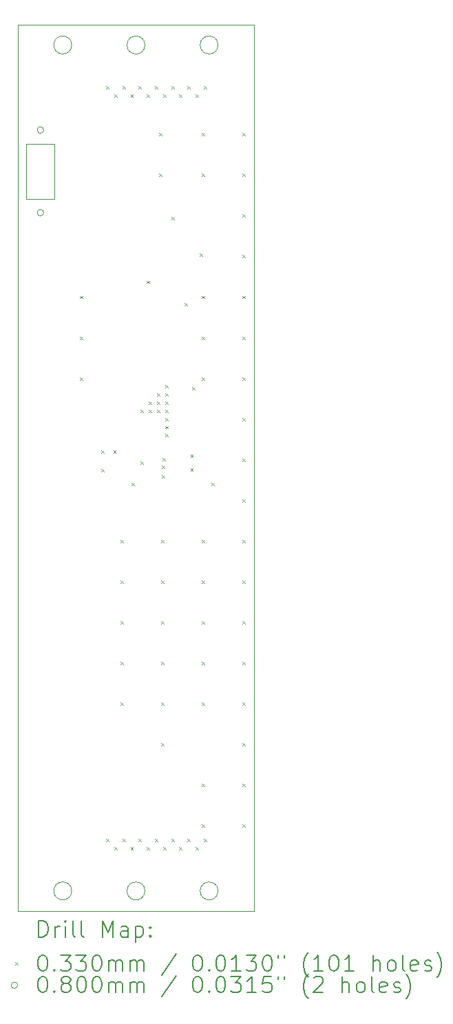
<source format=gbr>
%TF.GenerationSoftware,KiCad,Pcbnew,7.0.5*%
%TF.CreationDate,2023-06-05T00:46:44-04:00*%
%TF.ProjectId,SIDE,53494445-2e6b-4696-9361-645f70636258,rev?*%
%TF.SameCoordinates,Original*%
%TF.FileFunction,Drillmap*%
%TF.FilePolarity,Positive*%
%FSLAX45Y45*%
G04 Gerber Fmt 4.5, Leading zero omitted, Abs format (unit mm)*
G04 Created by KiCad (PCBNEW 7.0.5) date 2023-06-05 00:46:44*
%MOMM*%
%LPD*%
G01*
G04 APERTURE LIST*
%ADD10C,0.100000*%
%ADD11C,0.200000*%
%ADD12C,0.033020*%
%ADD13C,0.080000*%
G04 APERTURE END LIST*
D10*
X16622000Y-15021802D02*
X13722000Y-15021802D01*
X16622000Y-4121802D02*
X13722000Y-4121802D01*
X15282000Y-14771802D02*
G75*
G03*
X15282000Y-14771802I-110000J0D01*
G01*
X16622000Y-4121802D02*
X16622000Y-15021802D01*
X16182000Y-14771802D02*
G75*
G03*
X16182000Y-14771802I-110000J0D01*
G01*
X14382000Y-14771802D02*
G75*
G03*
X14382000Y-14771802I-110000J0D01*
G01*
X14382000Y-4371802D02*
G75*
G03*
X14382000Y-4371802I-110000J0D01*
G01*
X16182000Y-4371802D02*
G75*
G03*
X16182000Y-4371802I-110000J0D01*
G01*
X13722000Y-4121802D02*
X13722000Y-15021802D01*
X13822000Y-5591802D02*
X14172000Y-5591802D01*
X14172000Y-6261802D01*
X13822000Y-6261802D01*
X13822000Y-5591802D01*
X15282000Y-4371802D02*
G75*
G03*
X15282000Y-4371802I-110000J0D01*
G01*
D11*
D12*
X14480490Y-7455292D02*
X14513510Y-7488312D01*
X14513510Y-7455292D02*
X14480490Y-7488312D01*
X14480490Y-7955292D02*
X14513510Y-7988312D01*
X14513510Y-7955292D02*
X14480490Y-7988312D01*
X14480490Y-8455292D02*
X14513510Y-8488312D01*
X14513510Y-8455292D02*
X14480490Y-8488312D01*
X14742240Y-9359292D02*
X14775260Y-9392312D01*
X14775260Y-9359292D02*
X14742240Y-9392312D01*
X14742240Y-9588292D02*
X14775260Y-9621312D01*
X14775260Y-9588292D02*
X14742240Y-9621312D01*
X14805490Y-4880292D02*
X14838510Y-4913312D01*
X14838510Y-4880292D02*
X14805490Y-4913312D01*
X14805490Y-14130292D02*
X14838510Y-14163312D01*
X14838510Y-14130292D02*
X14805490Y-14163312D01*
X14893490Y-9357542D02*
X14926510Y-9390562D01*
X14926510Y-9357542D02*
X14893490Y-9390562D01*
X14905490Y-4980292D02*
X14938510Y-5013312D01*
X14938510Y-4980292D02*
X14905490Y-5013312D01*
X14905490Y-14230292D02*
X14938510Y-14263312D01*
X14938510Y-14230292D02*
X14905490Y-14263312D01*
X14980490Y-10455292D02*
X15013510Y-10488312D01*
X15013510Y-10455292D02*
X14980490Y-10488312D01*
X14980490Y-10955292D02*
X15013510Y-10988312D01*
X15013510Y-10955292D02*
X14980490Y-10988312D01*
X14980490Y-11455292D02*
X15013510Y-11488312D01*
X15013510Y-11455292D02*
X14980490Y-11488312D01*
X14980490Y-11955292D02*
X15013510Y-11988312D01*
X15013510Y-11955292D02*
X14980490Y-11988312D01*
X14980490Y-12455292D02*
X15013510Y-12488312D01*
X15013510Y-12455292D02*
X14980490Y-12488312D01*
X15005490Y-4880292D02*
X15038510Y-4913312D01*
X15038510Y-4880292D02*
X15005490Y-4913312D01*
X15005490Y-14130292D02*
X15038510Y-14163312D01*
X15038510Y-14130292D02*
X15005490Y-14163312D01*
X15105490Y-4980292D02*
X15138510Y-5013312D01*
X15138510Y-4980292D02*
X15105490Y-5013312D01*
X15105490Y-14230292D02*
X15138510Y-14263312D01*
X15138510Y-14230292D02*
X15105490Y-14263312D01*
X15114240Y-9752292D02*
X15147260Y-9785312D01*
X15147260Y-9752292D02*
X15114240Y-9785312D01*
X15205490Y-4880292D02*
X15238510Y-4913312D01*
X15238510Y-4880292D02*
X15205490Y-4913312D01*
X15205490Y-14130292D02*
X15238510Y-14163312D01*
X15238510Y-14130292D02*
X15205490Y-14163312D01*
X15229490Y-9493292D02*
X15262510Y-9526312D01*
X15262510Y-9493292D02*
X15229490Y-9526312D01*
X15230490Y-8855292D02*
X15263510Y-8888312D01*
X15263510Y-8855292D02*
X15230490Y-8888312D01*
X15305490Y-4980292D02*
X15338510Y-5013312D01*
X15338510Y-4980292D02*
X15305490Y-5013312D01*
X15305490Y-7269292D02*
X15338510Y-7302312D01*
X15338510Y-7269292D02*
X15305490Y-7302312D01*
X15305490Y-14230292D02*
X15338510Y-14263312D01*
X15338510Y-14230292D02*
X15305490Y-14263312D01*
X15330490Y-8755292D02*
X15363510Y-8788312D01*
X15363510Y-8755292D02*
X15330490Y-8788312D01*
X15330490Y-8855292D02*
X15363510Y-8888312D01*
X15363510Y-8855292D02*
X15330490Y-8888312D01*
X15405490Y-4880292D02*
X15438510Y-4913312D01*
X15438510Y-4880292D02*
X15405490Y-4913312D01*
X15405490Y-14130292D02*
X15438510Y-14163312D01*
X15438510Y-14130292D02*
X15405490Y-14163312D01*
X15430490Y-8655292D02*
X15463510Y-8688312D01*
X15463510Y-8655292D02*
X15430490Y-8688312D01*
X15430490Y-8755292D02*
X15463510Y-8788312D01*
X15463510Y-8755292D02*
X15430490Y-8788312D01*
X15430490Y-8855292D02*
X15463510Y-8888312D01*
X15463510Y-8855292D02*
X15430490Y-8888312D01*
X15455490Y-5455292D02*
X15488510Y-5488312D01*
X15488510Y-5455292D02*
X15455490Y-5488312D01*
X15455490Y-5955292D02*
X15488510Y-5988312D01*
X15488510Y-5955292D02*
X15455490Y-5988312D01*
X15480490Y-10455292D02*
X15513510Y-10488312D01*
X15513510Y-10455292D02*
X15480490Y-10488312D01*
X15480490Y-10955292D02*
X15513510Y-10988312D01*
X15513510Y-10955292D02*
X15480490Y-10988312D01*
X15480490Y-11455292D02*
X15513510Y-11488312D01*
X15513510Y-11455292D02*
X15480490Y-11488312D01*
X15480490Y-11955292D02*
X15513510Y-11988312D01*
X15513510Y-11955292D02*
X15480490Y-11988312D01*
X15480490Y-12455292D02*
X15513510Y-12488312D01*
X15513510Y-12455292D02*
X15480490Y-12488312D01*
X15480490Y-12955292D02*
X15513510Y-12988312D01*
X15513510Y-12955292D02*
X15480490Y-12988312D01*
X15488490Y-9541292D02*
X15521510Y-9574312D01*
X15521510Y-9541292D02*
X15488490Y-9574312D01*
X15493490Y-9659292D02*
X15526510Y-9692312D01*
X15526510Y-9659292D02*
X15493490Y-9692312D01*
X15495490Y-9448292D02*
X15528510Y-9481312D01*
X15528510Y-9448292D02*
X15495490Y-9481312D01*
X15505490Y-4980292D02*
X15538510Y-5013312D01*
X15538510Y-4980292D02*
X15505490Y-5013312D01*
X15505490Y-14230292D02*
X15538510Y-14263312D01*
X15538510Y-14230292D02*
X15505490Y-14263312D01*
X15530490Y-8555292D02*
X15563510Y-8588312D01*
X15563510Y-8555292D02*
X15530490Y-8588312D01*
X15530490Y-8655292D02*
X15563510Y-8688312D01*
X15563510Y-8655292D02*
X15530490Y-8688312D01*
X15530490Y-8755292D02*
X15563510Y-8788312D01*
X15563510Y-8755292D02*
X15530490Y-8788312D01*
X15530490Y-8855292D02*
X15563510Y-8888312D01*
X15563510Y-8855292D02*
X15530490Y-8888312D01*
X15530490Y-8955292D02*
X15563510Y-8988312D01*
X15563510Y-8955292D02*
X15530490Y-8988312D01*
X15530490Y-9055292D02*
X15563510Y-9088312D01*
X15563510Y-9055292D02*
X15530490Y-9088312D01*
X15530490Y-9155292D02*
X15563510Y-9188312D01*
X15563510Y-9155292D02*
X15530490Y-9188312D01*
X15605490Y-4880292D02*
X15638510Y-4913312D01*
X15638510Y-4880292D02*
X15605490Y-4913312D01*
X15605490Y-6483490D02*
X15638510Y-6516510D01*
X15638510Y-6483490D02*
X15605490Y-6516510D01*
X15605490Y-14130292D02*
X15638510Y-14163312D01*
X15638510Y-14130292D02*
X15605490Y-14163312D01*
X15705490Y-4980292D02*
X15738510Y-5013312D01*
X15738510Y-4980292D02*
X15705490Y-5013312D01*
X15705490Y-14230292D02*
X15738510Y-14263312D01*
X15738510Y-14230292D02*
X15705490Y-14263312D01*
X15767490Y-7546292D02*
X15800510Y-7579312D01*
X15800510Y-7546292D02*
X15767490Y-7579312D01*
X15805490Y-4880292D02*
X15838510Y-4913312D01*
X15838510Y-4880292D02*
X15805490Y-4913312D01*
X15805490Y-14130292D02*
X15838510Y-14163312D01*
X15838510Y-14130292D02*
X15805490Y-14163312D01*
X15841490Y-9403292D02*
X15874510Y-9436312D01*
X15874510Y-9403292D02*
X15841490Y-9436312D01*
X15841490Y-9575542D02*
X15874510Y-9608562D01*
X15874510Y-9575542D02*
X15841490Y-9608562D01*
X15859490Y-8578292D02*
X15892510Y-8611312D01*
X15892510Y-8578292D02*
X15859490Y-8611312D01*
X15905490Y-4980292D02*
X15938510Y-5013312D01*
X15938510Y-4980292D02*
X15905490Y-5013312D01*
X15905490Y-14230292D02*
X15938510Y-14263312D01*
X15938510Y-14230292D02*
X15905490Y-14263312D01*
X15955490Y-6933490D02*
X15988510Y-6966510D01*
X15988510Y-6933490D02*
X15955490Y-6966510D01*
X15980490Y-5455292D02*
X16013510Y-5488312D01*
X16013510Y-5455292D02*
X15980490Y-5488312D01*
X15980490Y-5955292D02*
X16013510Y-5988312D01*
X16013510Y-5955292D02*
X15980490Y-5988312D01*
X15980490Y-7455292D02*
X16013510Y-7488312D01*
X16013510Y-7455292D02*
X15980490Y-7488312D01*
X15980490Y-7955292D02*
X16013510Y-7988312D01*
X16013510Y-7955292D02*
X15980490Y-7988312D01*
X15980490Y-8455292D02*
X16013510Y-8488312D01*
X16013510Y-8455292D02*
X15980490Y-8488312D01*
X15980490Y-10455292D02*
X16013510Y-10488312D01*
X16013510Y-10455292D02*
X15980490Y-10488312D01*
X15980490Y-10955292D02*
X16013510Y-10988312D01*
X16013510Y-10955292D02*
X15980490Y-10988312D01*
X15980490Y-11455292D02*
X16013510Y-11488312D01*
X16013510Y-11455292D02*
X15980490Y-11488312D01*
X15980490Y-11955292D02*
X16013510Y-11988312D01*
X16013510Y-11955292D02*
X15980490Y-11988312D01*
X15980490Y-12455292D02*
X16013510Y-12488312D01*
X16013510Y-12455292D02*
X15980490Y-12488312D01*
X15980490Y-13455292D02*
X16013510Y-13488312D01*
X16013510Y-13455292D02*
X15980490Y-13488312D01*
X15980490Y-13955292D02*
X16013510Y-13988312D01*
X16013510Y-13955292D02*
X15980490Y-13988312D01*
X16005490Y-4880292D02*
X16038510Y-4913312D01*
X16038510Y-4880292D02*
X16005490Y-4913312D01*
X16005490Y-14130292D02*
X16038510Y-14163312D01*
X16038510Y-14130292D02*
X16005490Y-14163312D01*
X16098490Y-9752292D02*
X16131510Y-9785312D01*
X16131510Y-9752292D02*
X16098490Y-9785312D01*
X16480490Y-5455292D02*
X16513510Y-5488312D01*
X16513510Y-5455292D02*
X16480490Y-5488312D01*
X16480490Y-5955292D02*
X16513510Y-5988312D01*
X16513510Y-5955292D02*
X16480490Y-5988312D01*
X16480490Y-6455292D02*
X16513510Y-6488312D01*
X16513510Y-6455292D02*
X16480490Y-6488312D01*
X16480490Y-6955292D02*
X16513510Y-6988312D01*
X16513510Y-6955292D02*
X16480490Y-6988312D01*
X16480490Y-7455292D02*
X16513510Y-7488312D01*
X16513510Y-7455292D02*
X16480490Y-7488312D01*
X16480490Y-7955292D02*
X16513510Y-7988312D01*
X16513510Y-7955292D02*
X16480490Y-7988312D01*
X16480490Y-8455292D02*
X16513510Y-8488312D01*
X16513510Y-8455292D02*
X16480490Y-8488312D01*
X16480490Y-8955292D02*
X16513510Y-8988312D01*
X16513510Y-8955292D02*
X16480490Y-8988312D01*
X16480490Y-9455292D02*
X16513510Y-9488312D01*
X16513510Y-9455292D02*
X16480490Y-9488312D01*
X16480490Y-9955292D02*
X16513510Y-9988312D01*
X16513510Y-9955292D02*
X16480490Y-9988312D01*
X16480490Y-10455292D02*
X16513510Y-10488312D01*
X16513510Y-10455292D02*
X16480490Y-10488312D01*
X16480490Y-10955292D02*
X16513510Y-10988312D01*
X16513510Y-10955292D02*
X16480490Y-10988312D01*
X16480490Y-11455292D02*
X16513510Y-11488312D01*
X16513510Y-11455292D02*
X16480490Y-11488312D01*
X16480490Y-11955292D02*
X16513510Y-11988312D01*
X16513510Y-11955292D02*
X16480490Y-11988312D01*
X16480490Y-12455292D02*
X16513510Y-12488312D01*
X16513510Y-12455292D02*
X16480490Y-12488312D01*
X16480490Y-12955292D02*
X16513510Y-12988312D01*
X16513510Y-12955292D02*
X16480490Y-12988312D01*
X16480490Y-13455292D02*
X16513510Y-13488312D01*
X16513510Y-13455292D02*
X16480490Y-13488312D01*
X16480490Y-13955292D02*
X16513510Y-13988312D01*
X16513510Y-13955292D02*
X16480490Y-13988312D01*
D13*
X14037000Y-5417000D02*
G75*
G03*
X14037000Y-5417000I-40000J0D01*
G01*
X14037000Y-6433000D02*
G75*
G03*
X14037000Y-6433000I-40000J0D01*
G01*
D11*
X13977777Y-15338286D02*
X13977777Y-15138286D01*
X13977777Y-15138286D02*
X14025396Y-15138286D01*
X14025396Y-15138286D02*
X14053967Y-15147810D01*
X14053967Y-15147810D02*
X14073015Y-15166857D01*
X14073015Y-15166857D02*
X14082539Y-15185905D01*
X14082539Y-15185905D02*
X14092062Y-15224000D01*
X14092062Y-15224000D02*
X14092062Y-15252572D01*
X14092062Y-15252572D02*
X14082539Y-15290667D01*
X14082539Y-15290667D02*
X14073015Y-15309714D01*
X14073015Y-15309714D02*
X14053967Y-15328762D01*
X14053967Y-15328762D02*
X14025396Y-15338286D01*
X14025396Y-15338286D02*
X13977777Y-15338286D01*
X14177777Y-15338286D02*
X14177777Y-15204953D01*
X14177777Y-15243048D02*
X14187301Y-15224000D01*
X14187301Y-15224000D02*
X14196824Y-15214476D01*
X14196824Y-15214476D02*
X14215872Y-15204953D01*
X14215872Y-15204953D02*
X14234920Y-15204953D01*
X14301586Y-15338286D02*
X14301586Y-15204953D01*
X14301586Y-15138286D02*
X14292062Y-15147810D01*
X14292062Y-15147810D02*
X14301586Y-15157334D01*
X14301586Y-15157334D02*
X14311110Y-15147810D01*
X14311110Y-15147810D02*
X14301586Y-15138286D01*
X14301586Y-15138286D02*
X14301586Y-15157334D01*
X14425396Y-15338286D02*
X14406348Y-15328762D01*
X14406348Y-15328762D02*
X14396824Y-15309714D01*
X14396824Y-15309714D02*
X14396824Y-15138286D01*
X14530158Y-15338286D02*
X14511110Y-15328762D01*
X14511110Y-15328762D02*
X14501586Y-15309714D01*
X14501586Y-15309714D02*
X14501586Y-15138286D01*
X14758729Y-15338286D02*
X14758729Y-15138286D01*
X14758729Y-15138286D02*
X14825396Y-15281143D01*
X14825396Y-15281143D02*
X14892062Y-15138286D01*
X14892062Y-15138286D02*
X14892062Y-15338286D01*
X15073015Y-15338286D02*
X15073015Y-15233524D01*
X15073015Y-15233524D02*
X15063491Y-15214476D01*
X15063491Y-15214476D02*
X15044443Y-15204953D01*
X15044443Y-15204953D02*
X15006348Y-15204953D01*
X15006348Y-15204953D02*
X14987301Y-15214476D01*
X15073015Y-15328762D02*
X15053967Y-15338286D01*
X15053967Y-15338286D02*
X15006348Y-15338286D01*
X15006348Y-15338286D02*
X14987301Y-15328762D01*
X14987301Y-15328762D02*
X14977777Y-15309714D01*
X14977777Y-15309714D02*
X14977777Y-15290667D01*
X14977777Y-15290667D02*
X14987301Y-15271619D01*
X14987301Y-15271619D02*
X15006348Y-15262095D01*
X15006348Y-15262095D02*
X15053967Y-15262095D01*
X15053967Y-15262095D02*
X15073015Y-15252572D01*
X15168253Y-15204953D02*
X15168253Y-15404953D01*
X15168253Y-15214476D02*
X15187301Y-15204953D01*
X15187301Y-15204953D02*
X15225396Y-15204953D01*
X15225396Y-15204953D02*
X15244443Y-15214476D01*
X15244443Y-15214476D02*
X15253967Y-15224000D01*
X15253967Y-15224000D02*
X15263491Y-15243048D01*
X15263491Y-15243048D02*
X15263491Y-15300191D01*
X15263491Y-15300191D02*
X15253967Y-15319238D01*
X15253967Y-15319238D02*
X15244443Y-15328762D01*
X15244443Y-15328762D02*
X15225396Y-15338286D01*
X15225396Y-15338286D02*
X15187301Y-15338286D01*
X15187301Y-15338286D02*
X15168253Y-15328762D01*
X15349205Y-15319238D02*
X15358729Y-15328762D01*
X15358729Y-15328762D02*
X15349205Y-15338286D01*
X15349205Y-15338286D02*
X15339682Y-15328762D01*
X15339682Y-15328762D02*
X15349205Y-15319238D01*
X15349205Y-15319238D02*
X15349205Y-15338286D01*
X15349205Y-15214476D02*
X15358729Y-15224000D01*
X15358729Y-15224000D02*
X15349205Y-15233524D01*
X15349205Y-15233524D02*
X15339682Y-15224000D01*
X15339682Y-15224000D02*
X15349205Y-15214476D01*
X15349205Y-15214476D02*
X15349205Y-15233524D01*
D12*
X13683980Y-15650292D02*
X13717000Y-15683312D01*
X13717000Y-15650292D02*
X13683980Y-15683312D01*
D11*
X14015872Y-15558286D02*
X14034920Y-15558286D01*
X14034920Y-15558286D02*
X14053967Y-15567810D01*
X14053967Y-15567810D02*
X14063491Y-15577334D01*
X14063491Y-15577334D02*
X14073015Y-15596381D01*
X14073015Y-15596381D02*
X14082539Y-15634476D01*
X14082539Y-15634476D02*
X14082539Y-15682095D01*
X14082539Y-15682095D02*
X14073015Y-15720191D01*
X14073015Y-15720191D02*
X14063491Y-15739238D01*
X14063491Y-15739238D02*
X14053967Y-15748762D01*
X14053967Y-15748762D02*
X14034920Y-15758286D01*
X14034920Y-15758286D02*
X14015872Y-15758286D01*
X14015872Y-15758286D02*
X13996824Y-15748762D01*
X13996824Y-15748762D02*
X13987301Y-15739238D01*
X13987301Y-15739238D02*
X13977777Y-15720191D01*
X13977777Y-15720191D02*
X13968253Y-15682095D01*
X13968253Y-15682095D02*
X13968253Y-15634476D01*
X13968253Y-15634476D02*
X13977777Y-15596381D01*
X13977777Y-15596381D02*
X13987301Y-15577334D01*
X13987301Y-15577334D02*
X13996824Y-15567810D01*
X13996824Y-15567810D02*
X14015872Y-15558286D01*
X14168253Y-15739238D02*
X14177777Y-15748762D01*
X14177777Y-15748762D02*
X14168253Y-15758286D01*
X14168253Y-15758286D02*
X14158729Y-15748762D01*
X14158729Y-15748762D02*
X14168253Y-15739238D01*
X14168253Y-15739238D02*
X14168253Y-15758286D01*
X14244443Y-15558286D02*
X14368253Y-15558286D01*
X14368253Y-15558286D02*
X14301586Y-15634476D01*
X14301586Y-15634476D02*
X14330158Y-15634476D01*
X14330158Y-15634476D02*
X14349205Y-15644000D01*
X14349205Y-15644000D02*
X14358729Y-15653524D01*
X14358729Y-15653524D02*
X14368253Y-15672572D01*
X14368253Y-15672572D02*
X14368253Y-15720191D01*
X14368253Y-15720191D02*
X14358729Y-15739238D01*
X14358729Y-15739238D02*
X14349205Y-15748762D01*
X14349205Y-15748762D02*
X14330158Y-15758286D01*
X14330158Y-15758286D02*
X14273015Y-15758286D01*
X14273015Y-15758286D02*
X14253967Y-15748762D01*
X14253967Y-15748762D02*
X14244443Y-15739238D01*
X14434920Y-15558286D02*
X14558729Y-15558286D01*
X14558729Y-15558286D02*
X14492062Y-15634476D01*
X14492062Y-15634476D02*
X14520634Y-15634476D01*
X14520634Y-15634476D02*
X14539682Y-15644000D01*
X14539682Y-15644000D02*
X14549205Y-15653524D01*
X14549205Y-15653524D02*
X14558729Y-15672572D01*
X14558729Y-15672572D02*
X14558729Y-15720191D01*
X14558729Y-15720191D02*
X14549205Y-15739238D01*
X14549205Y-15739238D02*
X14539682Y-15748762D01*
X14539682Y-15748762D02*
X14520634Y-15758286D01*
X14520634Y-15758286D02*
X14463491Y-15758286D01*
X14463491Y-15758286D02*
X14444443Y-15748762D01*
X14444443Y-15748762D02*
X14434920Y-15739238D01*
X14682539Y-15558286D02*
X14701586Y-15558286D01*
X14701586Y-15558286D02*
X14720634Y-15567810D01*
X14720634Y-15567810D02*
X14730158Y-15577334D01*
X14730158Y-15577334D02*
X14739682Y-15596381D01*
X14739682Y-15596381D02*
X14749205Y-15634476D01*
X14749205Y-15634476D02*
X14749205Y-15682095D01*
X14749205Y-15682095D02*
X14739682Y-15720191D01*
X14739682Y-15720191D02*
X14730158Y-15739238D01*
X14730158Y-15739238D02*
X14720634Y-15748762D01*
X14720634Y-15748762D02*
X14701586Y-15758286D01*
X14701586Y-15758286D02*
X14682539Y-15758286D01*
X14682539Y-15758286D02*
X14663491Y-15748762D01*
X14663491Y-15748762D02*
X14653967Y-15739238D01*
X14653967Y-15739238D02*
X14644443Y-15720191D01*
X14644443Y-15720191D02*
X14634920Y-15682095D01*
X14634920Y-15682095D02*
X14634920Y-15634476D01*
X14634920Y-15634476D02*
X14644443Y-15596381D01*
X14644443Y-15596381D02*
X14653967Y-15577334D01*
X14653967Y-15577334D02*
X14663491Y-15567810D01*
X14663491Y-15567810D02*
X14682539Y-15558286D01*
X14834920Y-15758286D02*
X14834920Y-15624953D01*
X14834920Y-15644000D02*
X14844443Y-15634476D01*
X14844443Y-15634476D02*
X14863491Y-15624953D01*
X14863491Y-15624953D02*
X14892063Y-15624953D01*
X14892063Y-15624953D02*
X14911110Y-15634476D01*
X14911110Y-15634476D02*
X14920634Y-15653524D01*
X14920634Y-15653524D02*
X14920634Y-15758286D01*
X14920634Y-15653524D02*
X14930158Y-15634476D01*
X14930158Y-15634476D02*
X14949205Y-15624953D01*
X14949205Y-15624953D02*
X14977777Y-15624953D01*
X14977777Y-15624953D02*
X14996824Y-15634476D01*
X14996824Y-15634476D02*
X15006348Y-15653524D01*
X15006348Y-15653524D02*
X15006348Y-15758286D01*
X15101586Y-15758286D02*
X15101586Y-15624953D01*
X15101586Y-15644000D02*
X15111110Y-15634476D01*
X15111110Y-15634476D02*
X15130158Y-15624953D01*
X15130158Y-15624953D02*
X15158729Y-15624953D01*
X15158729Y-15624953D02*
X15177777Y-15634476D01*
X15177777Y-15634476D02*
X15187301Y-15653524D01*
X15187301Y-15653524D02*
X15187301Y-15758286D01*
X15187301Y-15653524D02*
X15196824Y-15634476D01*
X15196824Y-15634476D02*
X15215872Y-15624953D01*
X15215872Y-15624953D02*
X15244443Y-15624953D01*
X15244443Y-15624953D02*
X15263491Y-15634476D01*
X15263491Y-15634476D02*
X15273015Y-15653524D01*
X15273015Y-15653524D02*
X15273015Y-15758286D01*
X15663491Y-15548762D02*
X15492063Y-15805905D01*
X15920634Y-15558286D02*
X15939682Y-15558286D01*
X15939682Y-15558286D02*
X15958729Y-15567810D01*
X15958729Y-15567810D02*
X15968253Y-15577334D01*
X15968253Y-15577334D02*
X15977777Y-15596381D01*
X15977777Y-15596381D02*
X15987301Y-15634476D01*
X15987301Y-15634476D02*
X15987301Y-15682095D01*
X15987301Y-15682095D02*
X15977777Y-15720191D01*
X15977777Y-15720191D02*
X15968253Y-15739238D01*
X15968253Y-15739238D02*
X15958729Y-15748762D01*
X15958729Y-15748762D02*
X15939682Y-15758286D01*
X15939682Y-15758286D02*
X15920634Y-15758286D01*
X15920634Y-15758286D02*
X15901586Y-15748762D01*
X15901586Y-15748762D02*
X15892063Y-15739238D01*
X15892063Y-15739238D02*
X15882539Y-15720191D01*
X15882539Y-15720191D02*
X15873015Y-15682095D01*
X15873015Y-15682095D02*
X15873015Y-15634476D01*
X15873015Y-15634476D02*
X15882539Y-15596381D01*
X15882539Y-15596381D02*
X15892063Y-15577334D01*
X15892063Y-15577334D02*
X15901586Y-15567810D01*
X15901586Y-15567810D02*
X15920634Y-15558286D01*
X16073015Y-15739238D02*
X16082539Y-15748762D01*
X16082539Y-15748762D02*
X16073015Y-15758286D01*
X16073015Y-15758286D02*
X16063491Y-15748762D01*
X16063491Y-15748762D02*
X16073015Y-15739238D01*
X16073015Y-15739238D02*
X16073015Y-15758286D01*
X16206348Y-15558286D02*
X16225396Y-15558286D01*
X16225396Y-15558286D02*
X16244444Y-15567810D01*
X16244444Y-15567810D02*
X16253967Y-15577334D01*
X16253967Y-15577334D02*
X16263491Y-15596381D01*
X16263491Y-15596381D02*
X16273015Y-15634476D01*
X16273015Y-15634476D02*
X16273015Y-15682095D01*
X16273015Y-15682095D02*
X16263491Y-15720191D01*
X16263491Y-15720191D02*
X16253967Y-15739238D01*
X16253967Y-15739238D02*
X16244444Y-15748762D01*
X16244444Y-15748762D02*
X16225396Y-15758286D01*
X16225396Y-15758286D02*
X16206348Y-15758286D01*
X16206348Y-15758286D02*
X16187301Y-15748762D01*
X16187301Y-15748762D02*
X16177777Y-15739238D01*
X16177777Y-15739238D02*
X16168253Y-15720191D01*
X16168253Y-15720191D02*
X16158729Y-15682095D01*
X16158729Y-15682095D02*
X16158729Y-15634476D01*
X16158729Y-15634476D02*
X16168253Y-15596381D01*
X16168253Y-15596381D02*
X16177777Y-15577334D01*
X16177777Y-15577334D02*
X16187301Y-15567810D01*
X16187301Y-15567810D02*
X16206348Y-15558286D01*
X16463491Y-15758286D02*
X16349206Y-15758286D01*
X16406348Y-15758286D02*
X16406348Y-15558286D01*
X16406348Y-15558286D02*
X16387301Y-15586857D01*
X16387301Y-15586857D02*
X16368253Y-15605905D01*
X16368253Y-15605905D02*
X16349206Y-15615429D01*
X16530158Y-15558286D02*
X16653967Y-15558286D01*
X16653967Y-15558286D02*
X16587301Y-15634476D01*
X16587301Y-15634476D02*
X16615872Y-15634476D01*
X16615872Y-15634476D02*
X16634920Y-15644000D01*
X16634920Y-15644000D02*
X16644444Y-15653524D01*
X16644444Y-15653524D02*
X16653967Y-15672572D01*
X16653967Y-15672572D02*
X16653967Y-15720191D01*
X16653967Y-15720191D02*
X16644444Y-15739238D01*
X16644444Y-15739238D02*
X16634920Y-15748762D01*
X16634920Y-15748762D02*
X16615872Y-15758286D01*
X16615872Y-15758286D02*
X16558729Y-15758286D01*
X16558729Y-15758286D02*
X16539682Y-15748762D01*
X16539682Y-15748762D02*
X16530158Y-15739238D01*
X16777777Y-15558286D02*
X16796825Y-15558286D01*
X16796825Y-15558286D02*
X16815872Y-15567810D01*
X16815872Y-15567810D02*
X16825396Y-15577334D01*
X16825396Y-15577334D02*
X16834920Y-15596381D01*
X16834920Y-15596381D02*
X16844444Y-15634476D01*
X16844444Y-15634476D02*
X16844444Y-15682095D01*
X16844444Y-15682095D02*
X16834920Y-15720191D01*
X16834920Y-15720191D02*
X16825396Y-15739238D01*
X16825396Y-15739238D02*
X16815872Y-15748762D01*
X16815872Y-15748762D02*
X16796825Y-15758286D01*
X16796825Y-15758286D02*
X16777777Y-15758286D01*
X16777777Y-15758286D02*
X16758729Y-15748762D01*
X16758729Y-15748762D02*
X16749206Y-15739238D01*
X16749206Y-15739238D02*
X16739682Y-15720191D01*
X16739682Y-15720191D02*
X16730158Y-15682095D01*
X16730158Y-15682095D02*
X16730158Y-15634476D01*
X16730158Y-15634476D02*
X16739682Y-15596381D01*
X16739682Y-15596381D02*
X16749206Y-15577334D01*
X16749206Y-15577334D02*
X16758729Y-15567810D01*
X16758729Y-15567810D02*
X16777777Y-15558286D01*
X16920634Y-15558286D02*
X16920634Y-15596381D01*
X16996825Y-15558286D02*
X16996825Y-15596381D01*
X17292063Y-15834476D02*
X17282539Y-15824953D01*
X17282539Y-15824953D02*
X17263491Y-15796381D01*
X17263491Y-15796381D02*
X17253968Y-15777334D01*
X17253968Y-15777334D02*
X17244444Y-15748762D01*
X17244444Y-15748762D02*
X17234920Y-15701143D01*
X17234920Y-15701143D02*
X17234920Y-15663048D01*
X17234920Y-15663048D02*
X17244444Y-15615429D01*
X17244444Y-15615429D02*
X17253968Y-15586857D01*
X17253968Y-15586857D02*
X17263491Y-15567810D01*
X17263491Y-15567810D02*
X17282539Y-15539238D01*
X17282539Y-15539238D02*
X17292063Y-15529714D01*
X17473015Y-15758286D02*
X17358730Y-15758286D01*
X17415872Y-15758286D02*
X17415872Y-15558286D01*
X17415872Y-15558286D02*
X17396825Y-15586857D01*
X17396825Y-15586857D02*
X17377777Y-15605905D01*
X17377777Y-15605905D02*
X17358730Y-15615429D01*
X17596825Y-15558286D02*
X17615872Y-15558286D01*
X17615872Y-15558286D02*
X17634920Y-15567810D01*
X17634920Y-15567810D02*
X17644444Y-15577334D01*
X17644444Y-15577334D02*
X17653968Y-15596381D01*
X17653968Y-15596381D02*
X17663491Y-15634476D01*
X17663491Y-15634476D02*
X17663491Y-15682095D01*
X17663491Y-15682095D02*
X17653968Y-15720191D01*
X17653968Y-15720191D02*
X17644444Y-15739238D01*
X17644444Y-15739238D02*
X17634920Y-15748762D01*
X17634920Y-15748762D02*
X17615872Y-15758286D01*
X17615872Y-15758286D02*
X17596825Y-15758286D01*
X17596825Y-15758286D02*
X17577777Y-15748762D01*
X17577777Y-15748762D02*
X17568253Y-15739238D01*
X17568253Y-15739238D02*
X17558730Y-15720191D01*
X17558730Y-15720191D02*
X17549206Y-15682095D01*
X17549206Y-15682095D02*
X17549206Y-15634476D01*
X17549206Y-15634476D02*
X17558730Y-15596381D01*
X17558730Y-15596381D02*
X17568253Y-15577334D01*
X17568253Y-15577334D02*
X17577777Y-15567810D01*
X17577777Y-15567810D02*
X17596825Y-15558286D01*
X17853968Y-15758286D02*
X17739682Y-15758286D01*
X17796825Y-15758286D02*
X17796825Y-15558286D01*
X17796825Y-15558286D02*
X17777777Y-15586857D01*
X17777777Y-15586857D02*
X17758730Y-15605905D01*
X17758730Y-15605905D02*
X17739682Y-15615429D01*
X18092063Y-15758286D02*
X18092063Y-15558286D01*
X18177777Y-15758286D02*
X18177777Y-15653524D01*
X18177777Y-15653524D02*
X18168253Y-15634476D01*
X18168253Y-15634476D02*
X18149206Y-15624953D01*
X18149206Y-15624953D02*
X18120634Y-15624953D01*
X18120634Y-15624953D02*
X18101587Y-15634476D01*
X18101587Y-15634476D02*
X18092063Y-15644000D01*
X18301587Y-15758286D02*
X18282539Y-15748762D01*
X18282539Y-15748762D02*
X18273015Y-15739238D01*
X18273015Y-15739238D02*
X18263492Y-15720191D01*
X18263492Y-15720191D02*
X18263492Y-15663048D01*
X18263492Y-15663048D02*
X18273015Y-15644000D01*
X18273015Y-15644000D02*
X18282539Y-15634476D01*
X18282539Y-15634476D02*
X18301587Y-15624953D01*
X18301587Y-15624953D02*
X18330158Y-15624953D01*
X18330158Y-15624953D02*
X18349206Y-15634476D01*
X18349206Y-15634476D02*
X18358730Y-15644000D01*
X18358730Y-15644000D02*
X18368253Y-15663048D01*
X18368253Y-15663048D02*
X18368253Y-15720191D01*
X18368253Y-15720191D02*
X18358730Y-15739238D01*
X18358730Y-15739238D02*
X18349206Y-15748762D01*
X18349206Y-15748762D02*
X18330158Y-15758286D01*
X18330158Y-15758286D02*
X18301587Y-15758286D01*
X18482539Y-15758286D02*
X18463492Y-15748762D01*
X18463492Y-15748762D02*
X18453968Y-15729714D01*
X18453968Y-15729714D02*
X18453968Y-15558286D01*
X18634920Y-15748762D02*
X18615873Y-15758286D01*
X18615873Y-15758286D02*
X18577777Y-15758286D01*
X18577777Y-15758286D02*
X18558730Y-15748762D01*
X18558730Y-15748762D02*
X18549206Y-15729714D01*
X18549206Y-15729714D02*
X18549206Y-15653524D01*
X18549206Y-15653524D02*
X18558730Y-15634476D01*
X18558730Y-15634476D02*
X18577777Y-15624953D01*
X18577777Y-15624953D02*
X18615873Y-15624953D01*
X18615873Y-15624953D02*
X18634920Y-15634476D01*
X18634920Y-15634476D02*
X18644444Y-15653524D01*
X18644444Y-15653524D02*
X18644444Y-15672572D01*
X18644444Y-15672572D02*
X18549206Y-15691619D01*
X18720634Y-15748762D02*
X18739682Y-15758286D01*
X18739682Y-15758286D02*
X18777777Y-15758286D01*
X18777777Y-15758286D02*
X18796825Y-15748762D01*
X18796825Y-15748762D02*
X18806349Y-15729714D01*
X18806349Y-15729714D02*
X18806349Y-15720191D01*
X18806349Y-15720191D02*
X18796825Y-15701143D01*
X18796825Y-15701143D02*
X18777777Y-15691619D01*
X18777777Y-15691619D02*
X18749206Y-15691619D01*
X18749206Y-15691619D02*
X18730158Y-15682095D01*
X18730158Y-15682095D02*
X18720634Y-15663048D01*
X18720634Y-15663048D02*
X18720634Y-15653524D01*
X18720634Y-15653524D02*
X18730158Y-15634476D01*
X18730158Y-15634476D02*
X18749206Y-15624953D01*
X18749206Y-15624953D02*
X18777777Y-15624953D01*
X18777777Y-15624953D02*
X18796825Y-15634476D01*
X18873015Y-15834476D02*
X18882539Y-15824953D01*
X18882539Y-15824953D02*
X18901587Y-15796381D01*
X18901587Y-15796381D02*
X18911111Y-15777334D01*
X18911111Y-15777334D02*
X18920634Y-15748762D01*
X18920634Y-15748762D02*
X18930158Y-15701143D01*
X18930158Y-15701143D02*
X18930158Y-15663048D01*
X18930158Y-15663048D02*
X18920634Y-15615429D01*
X18920634Y-15615429D02*
X18911111Y-15586857D01*
X18911111Y-15586857D02*
X18901587Y-15567810D01*
X18901587Y-15567810D02*
X18882539Y-15539238D01*
X18882539Y-15539238D02*
X18873015Y-15529714D01*
D13*
X13717000Y-15930802D02*
G75*
G03*
X13717000Y-15930802I-40000J0D01*
G01*
D11*
X14015872Y-15822286D02*
X14034920Y-15822286D01*
X14034920Y-15822286D02*
X14053967Y-15831810D01*
X14053967Y-15831810D02*
X14063491Y-15841334D01*
X14063491Y-15841334D02*
X14073015Y-15860381D01*
X14073015Y-15860381D02*
X14082539Y-15898476D01*
X14082539Y-15898476D02*
X14082539Y-15946095D01*
X14082539Y-15946095D02*
X14073015Y-15984191D01*
X14073015Y-15984191D02*
X14063491Y-16003238D01*
X14063491Y-16003238D02*
X14053967Y-16012762D01*
X14053967Y-16012762D02*
X14034920Y-16022286D01*
X14034920Y-16022286D02*
X14015872Y-16022286D01*
X14015872Y-16022286D02*
X13996824Y-16012762D01*
X13996824Y-16012762D02*
X13987301Y-16003238D01*
X13987301Y-16003238D02*
X13977777Y-15984191D01*
X13977777Y-15984191D02*
X13968253Y-15946095D01*
X13968253Y-15946095D02*
X13968253Y-15898476D01*
X13968253Y-15898476D02*
X13977777Y-15860381D01*
X13977777Y-15860381D02*
X13987301Y-15841334D01*
X13987301Y-15841334D02*
X13996824Y-15831810D01*
X13996824Y-15831810D02*
X14015872Y-15822286D01*
X14168253Y-16003238D02*
X14177777Y-16012762D01*
X14177777Y-16012762D02*
X14168253Y-16022286D01*
X14168253Y-16022286D02*
X14158729Y-16012762D01*
X14158729Y-16012762D02*
X14168253Y-16003238D01*
X14168253Y-16003238D02*
X14168253Y-16022286D01*
X14292062Y-15908000D02*
X14273015Y-15898476D01*
X14273015Y-15898476D02*
X14263491Y-15888953D01*
X14263491Y-15888953D02*
X14253967Y-15869905D01*
X14253967Y-15869905D02*
X14253967Y-15860381D01*
X14253967Y-15860381D02*
X14263491Y-15841334D01*
X14263491Y-15841334D02*
X14273015Y-15831810D01*
X14273015Y-15831810D02*
X14292062Y-15822286D01*
X14292062Y-15822286D02*
X14330158Y-15822286D01*
X14330158Y-15822286D02*
X14349205Y-15831810D01*
X14349205Y-15831810D02*
X14358729Y-15841334D01*
X14358729Y-15841334D02*
X14368253Y-15860381D01*
X14368253Y-15860381D02*
X14368253Y-15869905D01*
X14368253Y-15869905D02*
X14358729Y-15888953D01*
X14358729Y-15888953D02*
X14349205Y-15898476D01*
X14349205Y-15898476D02*
X14330158Y-15908000D01*
X14330158Y-15908000D02*
X14292062Y-15908000D01*
X14292062Y-15908000D02*
X14273015Y-15917524D01*
X14273015Y-15917524D02*
X14263491Y-15927048D01*
X14263491Y-15927048D02*
X14253967Y-15946095D01*
X14253967Y-15946095D02*
X14253967Y-15984191D01*
X14253967Y-15984191D02*
X14263491Y-16003238D01*
X14263491Y-16003238D02*
X14273015Y-16012762D01*
X14273015Y-16012762D02*
X14292062Y-16022286D01*
X14292062Y-16022286D02*
X14330158Y-16022286D01*
X14330158Y-16022286D02*
X14349205Y-16012762D01*
X14349205Y-16012762D02*
X14358729Y-16003238D01*
X14358729Y-16003238D02*
X14368253Y-15984191D01*
X14368253Y-15984191D02*
X14368253Y-15946095D01*
X14368253Y-15946095D02*
X14358729Y-15927048D01*
X14358729Y-15927048D02*
X14349205Y-15917524D01*
X14349205Y-15917524D02*
X14330158Y-15908000D01*
X14492062Y-15822286D02*
X14511110Y-15822286D01*
X14511110Y-15822286D02*
X14530158Y-15831810D01*
X14530158Y-15831810D02*
X14539682Y-15841334D01*
X14539682Y-15841334D02*
X14549205Y-15860381D01*
X14549205Y-15860381D02*
X14558729Y-15898476D01*
X14558729Y-15898476D02*
X14558729Y-15946095D01*
X14558729Y-15946095D02*
X14549205Y-15984191D01*
X14549205Y-15984191D02*
X14539682Y-16003238D01*
X14539682Y-16003238D02*
X14530158Y-16012762D01*
X14530158Y-16012762D02*
X14511110Y-16022286D01*
X14511110Y-16022286D02*
X14492062Y-16022286D01*
X14492062Y-16022286D02*
X14473015Y-16012762D01*
X14473015Y-16012762D02*
X14463491Y-16003238D01*
X14463491Y-16003238D02*
X14453967Y-15984191D01*
X14453967Y-15984191D02*
X14444443Y-15946095D01*
X14444443Y-15946095D02*
X14444443Y-15898476D01*
X14444443Y-15898476D02*
X14453967Y-15860381D01*
X14453967Y-15860381D02*
X14463491Y-15841334D01*
X14463491Y-15841334D02*
X14473015Y-15831810D01*
X14473015Y-15831810D02*
X14492062Y-15822286D01*
X14682539Y-15822286D02*
X14701586Y-15822286D01*
X14701586Y-15822286D02*
X14720634Y-15831810D01*
X14720634Y-15831810D02*
X14730158Y-15841334D01*
X14730158Y-15841334D02*
X14739682Y-15860381D01*
X14739682Y-15860381D02*
X14749205Y-15898476D01*
X14749205Y-15898476D02*
X14749205Y-15946095D01*
X14749205Y-15946095D02*
X14739682Y-15984191D01*
X14739682Y-15984191D02*
X14730158Y-16003238D01*
X14730158Y-16003238D02*
X14720634Y-16012762D01*
X14720634Y-16012762D02*
X14701586Y-16022286D01*
X14701586Y-16022286D02*
X14682539Y-16022286D01*
X14682539Y-16022286D02*
X14663491Y-16012762D01*
X14663491Y-16012762D02*
X14653967Y-16003238D01*
X14653967Y-16003238D02*
X14644443Y-15984191D01*
X14644443Y-15984191D02*
X14634920Y-15946095D01*
X14634920Y-15946095D02*
X14634920Y-15898476D01*
X14634920Y-15898476D02*
X14644443Y-15860381D01*
X14644443Y-15860381D02*
X14653967Y-15841334D01*
X14653967Y-15841334D02*
X14663491Y-15831810D01*
X14663491Y-15831810D02*
X14682539Y-15822286D01*
X14834920Y-16022286D02*
X14834920Y-15888953D01*
X14834920Y-15908000D02*
X14844443Y-15898476D01*
X14844443Y-15898476D02*
X14863491Y-15888953D01*
X14863491Y-15888953D02*
X14892063Y-15888953D01*
X14892063Y-15888953D02*
X14911110Y-15898476D01*
X14911110Y-15898476D02*
X14920634Y-15917524D01*
X14920634Y-15917524D02*
X14920634Y-16022286D01*
X14920634Y-15917524D02*
X14930158Y-15898476D01*
X14930158Y-15898476D02*
X14949205Y-15888953D01*
X14949205Y-15888953D02*
X14977777Y-15888953D01*
X14977777Y-15888953D02*
X14996824Y-15898476D01*
X14996824Y-15898476D02*
X15006348Y-15917524D01*
X15006348Y-15917524D02*
X15006348Y-16022286D01*
X15101586Y-16022286D02*
X15101586Y-15888953D01*
X15101586Y-15908000D02*
X15111110Y-15898476D01*
X15111110Y-15898476D02*
X15130158Y-15888953D01*
X15130158Y-15888953D02*
X15158729Y-15888953D01*
X15158729Y-15888953D02*
X15177777Y-15898476D01*
X15177777Y-15898476D02*
X15187301Y-15917524D01*
X15187301Y-15917524D02*
X15187301Y-16022286D01*
X15187301Y-15917524D02*
X15196824Y-15898476D01*
X15196824Y-15898476D02*
X15215872Y-15888953D01*
X15215872Y-15888953D02*
X15244443Y-15888953D01*
X15244443Y-15888953D02*
X15263491Y-15898476D01*
X15263491Y-15898476D02*
X15273015Y-15917524D01*
X15273015Y-15917524D02*
X15273015Y-16022286D01*
X15663491Y-15812762D02*
X15492063Y-16069905D01*
X15920634Y-15822286D02*
X15939682Y-15822286D01*
X15939682Y-15822286D02*
X15958729Y-15831810D01*
X15958729Y-15831810D02*
X15968253Y-15841334D01*
X15968253Y-15841334D02*
X15977777Y-15860381D01*
X15977777Y-15860381D02*
X15987301Y-15898476D01*
X15987301Y-15898476D02*
X15987301Y-15946095D01*
X15987301Y-15946095D02*
X15977777Y-15984191D01*
X15977777Y-15984191D02*
X15968253Y-16003238D01*
X15968253Y-16003238D02*
X15958729Y-16012762D01*
X15958729Y-16012762D02*
X15939682Y-16022286D01*
X15939682Y-16022286D02*
X15920634Y-16022286D01*
X15920634Y-16022286D02*
X15901586Y-16012762D01*
X15901586Y-16012762D02*
X15892063Y-16003238D01*
X15892063Y-16003238D02*
X15882539Y-15984191D01*
X15882539Y-15984191D02*
X15873015Y-15946095D01*
X15873015Y-15946095D02*
X15873015Y-15898476D01*
X15873015Y-15898476D02*
X15882539Y-15860381D01*
X15882539Y-15860381D02*
X15892063Y-15841334D01*
X15892063Y-15841334D02*
X15901586Y-15831810D01*
X15901586Y-15831810D02*
X15920634Y-15822286D01*
X16073015Y-16003238D02*
X16082539Y-16012762D01*
X16082539Y-16012762D02*
X16073015Y-16022286D01*
X16073015Y-16022286D02*
X16063491Y-16012762D01*
X16063491Y-16012762D02*
X16073015Y-16003238D01*
X16073015Y-16003238D02*
X16073015Y-16022286D01*
X16206348Y-15822286D02*
X16225396Y-15822286D01*
X16225396Y-15822286D02*
X16244444Y-15831810D01*
X16244444Y-15831810D02*
X16253967Y-15841334D01*
X16253967Y-15841334D02*
X16263491Y-15860381D01*
X16263491Y-15860381D02*
X16273015Y-15898476D01*
X16273015Y-15898476D02*
X16273015Y-15946095D01*
X16273015Y-15946095D02*
X16263491Y-15984191D01*
X16263491Y-15984191D02*
X16253967Y-16003238D01*
X16253967Y-16003238D02*
X16244444Y-16012762D01*
X16244444Y-16012762D02*
X16225396Y-16022286D01*
X16225396Y-16022286D02*
X16206348Y-16022286D01*
X16206348Y-16022286D02*
X16187301Y-16012762D01*
X16187301Y-16012762D02*
X16177777Y-16003238D01*
X16177777Y-16003238D02*
X16168253Y-15984191D01*
X16168253Y-15984191D02*
X16158729Y-15946095D01*
X16158729Y-15946095D02*
X16158729Y-15898476D01*
X16158729Y-15898476D02*
X16168253Y-15860381D01*
X16168253Y-15860381D02*
X16177777Y-15841334D01*
X16177777Y-15841334D02*
X16187301Y-15831810D01*
X16187301Y-15831810D02*
X16206348Y-15822286D01*
X16339682Y-15822286D02*
X16463491Y-15822286D01*
X16463491Y-15822286D02*
X16396825Y-15898476D01*
X16396825Y-15898476D02*
X16425396Y-15898476D01*
X16425396Y-15898476D02*
X16444444Y-15908000D01*
X16444444Y-15908000D02*
X16453967Y-15917524D01*
X16453967Y-15917524D02*
X16463491Y-15936572D01*
X16463491Y-15936572D02*
X16463491Y-15984191D01*
X16463491Y-15984191D02*
X16453967Y-16003238D01*
X16453967Y-16003238D02*
X16444444Y-16012762D01*
X16444444Y-16012762D02*
X16425396Y-16022286D01*
X16425396Y-16022286D02*
X16368253Y-16022286D01*
X16368253Y-16022286D02*
X16349206Y-16012762D01*
X16349206Y-16012762D02*
X16339682Y-16003238D01*
X16653967Y-16022286D02*
X16539682Y-16022286D01*
X16596825Y-16022286D02*
X16596825Y-15822286D01*
X16596825Y-15822286D02*
X16577777Y-15850857D01*
X16577777Y-15850857D02*
X16558729Y-15869905D01*
X16558729Y-15869905D02*
X16539682Y-15879429D01*
X16834920Y-15822286D02*
X16739682Y-15822286D01*
X16739682Y-15822286D02*
X16730158Y-15917524D01*
X16730158Y-15917524D02*
X16739682Y-15908000D01*
X16739682Y-15908000D02*
X16758729Y-15898476D01*
X16758729Y-15898476D02*
X16806349Y-15898476D01*
X16806349Y-15898476D02*
X16825396Y-15908000D01*
X16825396Y-15908000D02*
X16834920Y-15917524D01*
X16834920Y-15917524D02*
X16844444Y-15936572D01*
X16844444Y-15936572D02*
X16844444Y-15984191D01*
X16844444Y-15984191D02*
X16834920Y-16003238D01*
X16834920Y-16003238D02*
X16825396Y-16012762D01*
X16825396Y-16012762D02*
X16806349Y-16022286D01*
X16806349Y-16022286D02*
X16758729Y-16022286D01*
X16758729Y-16022286D02*
X16739682Y-16012762D01*
X16739682Y-16012762D02*
X16730158Y-16003238D01*
X16920634Y-15822286D02*
X16920634Y-15860381D01*
X16996825Y-15822286D02*
X16996825Y-15860381D01*
X17292063Y-16098476D02*
X17282539Y-16088953D01*
X17282539Y-16088953D02*
X17263491Y-16060381D01*
X17263491Y-16060381D02*
X17253968Y-16041334D01*
X17253968Y-16041334D02*
X17244444Y-16012762D01*
X17244444Y-16012762D02*
X17234920Y-15965143D01*
X17234920Y-15965143D02*
X17234920Y-15927048D01*
X17234920Y-15927048D02*
X17244444Y-15879429D01*
X17244444Y-15879429D02*
X17253968Y-15850857D01*
X17253968Y-15850857D02*
X17263491Y-15831810D01*
X17263491Y-15831810D02*
X17282539Y-15803238D01*
X17282539Y-15803238D02*
X17292063Y-15793714D01*
X17358730Y-15841334D02*
X17368253Y-15831810D01*
X17368253Y-15831810D02*
X17387301Y-15822286D01*
X17387301Y-15822286D02*
X17434920Y-15822286D01*
X17434920Y-15822286D02*
X17453968Y-15831810D01*
X17453968Y-15831810D02*
X17463491Y-15841334D01*
X17463491Y-15841334D02*
X17473015Y-15860381D01*
X17473015Y-15860381D02*
X17473015Y-15879429D01*
X17473015Y-15879429D02*
X17463491Y-15908000D01*
X17463491Y-15908000D02*
X17349206Y-16022286D01*
X17349206Y-16022286D02*
X17473015Y-16022286D01*
X17711111Y-16022286D02*
X17711111Y-15822286D01*
X17796825Y-16022286D02*
X17796825Y-15917524D01*
X17796825Y-15917524D02*
X17787301Y-15898476D01*
X17787301Y-15898476D02*
X17768253Y-15888953D01*
X17768253Y-15888953D02*
X17739682Y-15888953D01*
X17739682Y-15888953D02*
X17720634Y-15898476D01*
X17720634Y-15898476D02*
X17711111Y-15908000D01*
X17920634Y-16022286D02*
X17901587Y-16012762D01*
X17901587Y-16012762D02*
X17892063Y-16003238D01*
X17892063Y-16003238D02*
X17882539Y-15984191D01*
X17882539Y-15984191D02*
X17882539Y-15927048D01*
X17882539Y-15927048D02*
X17892063Y-15908000D01*
X17892063Y-15908000D02*
X17901587Y-15898476D01*
X17901587Y-15898476D02*
X17920634Y-15888953D01*
X17920634Y-15888953D02*
X17949206Y-15888953D01*
X17949206Y-15888953D02*
X17968253Y-15898476D01*
X17968253Y-15898476D02*
X17977777Y-15908000D01*
X17977777Y-15908000D02*
X17987301Y-15927048D01*
X17987301Y-15927048D02*
X17987301Y-15984191D01*
X17987301Y-15984191D02*
X17977777Y-16003238D01*
X17977777Y-16003238D02*
X17968253Y-16012762D01*
X17968253Y-16012762D02*
X17949206Y-16022286D01*
X17949206Y-16022286D02*
X17920634Y-16022286D01*
X18101587Y-16022286D02*
X18082539Y-16012762D01*
X18082539Y-16012762D02*
X18073015Y-15993714D01*
X18073015Y-15993714D02*
X18073015Y-15822286D01*
X18253968Y-16012762D02*
X18234920Y-16022286D01*
X18234920Y-16022286D02*
X18196825Y-16022286D01*
X18196825Y-16022286D02*
X18177777Y-16012762D01*
X18177777Y-16012762D02*
X18168253Y-15993714D01*
X18168253Y-15993714D02*
X18168253Y-15917524D01*
X18168253Y-15917524D02*
X18177777Y-15898476D01*
X18177777Y-15898476D02*
X18196825Y-15888953D01*
X18196825Y-15888953D02*
X18234920Y-15888953D01*
X18234920Y-15888953D02*
X18253968Y-15898476D01*
X18253968Y-15898476D02*
X18263492Y-15917524D01*
X18263492Y-15917524D02*
X18263492Y-15936572D01*
X18263492Y-15936572D02*
X18168253Y-15955619D01*
X18339682Y-16012762D02*
X18358730Y-16022286D01*
X18358730Y-16022286D02*
X18396825Y-16022286D01*
X18396825Y-16022286D02*
X18415873Y-16012762D01*
X18415873Y-16012762D02*
X18425396Y-15993714D01*
X18425396Y-15993714D02*
X18425396Y-15984191D01*
X18425396Y-15984191D02*
X18415873Y-15965143D01*
X18415873Y-15965143D02*
X18396825Y-15955619D01*
X18396825Y-15955619D02*
X18368253Y-15955619D01*
X18368253Y-15955619D02*
X18349206Y-15946095D01*
X18349206Y-15946095D02*
X18339682Y-15927048D01*
X18339682Y-15927048D02*
X18339682Y-15917524D01*
X18339682Y-15917524D02*
X18349206Y-15898476D01*
X18349206Y-15898476D02*
X18368253Y-15888953D01*
X18368253Y-15888953D02*
X18396825Y-15888953D01*
X18396825Y-15888953D02*
X18415873Y-15898476D01*
X18492063Y-16098476D02*
X18501587Y-16088953D01*
X18501587Y-16088953D02*
X18520634Y-16060381D01*
X18520634Y-16060381D02*
X18530158Y-16041334D01*
X18530158Y-16041334D02*
X18539682Y-16012762D01*
X18539682Y-16012762D02*
X18549206Y-15965143D01*
X18549206Y-15965143D02*
X18549206Y-15927048D01*
X18549206Y-15927048D02*
X18539682Y-15879429D01*
X18539682Y-15879429D02*
X18530158Y-15850857D01*
X18530158Y-15850857D02*
X18520634Y-15831810D01*
X18520634Y-15831810D02*
X18501587Y-15803238D01*
X18501587Y-15803238D02*
X18492063Y-15793714D01*
M02*

</source>
